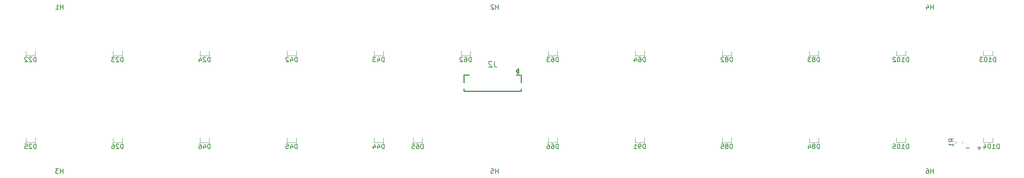
<source format=gbr>
%TF.GenerationSoftware,KiCad,Pcbnew,8.0.2*%
%TF.CreationDate,2025-12-13T11:39:42-08:00*%
%TF.ProjectId,mx-unsaver-frow,6d782d75-6e73-4617-9665-722d66726f77,rev?*%
%TF.SameCoordinates,Original*%
%TF.FileFunction,Legend,Bot*%
%TF.FilePolarity,Positive*%
%FSLAX46Y46*%
G04 Gerber Fmt 4.6, Leading zero omitted, Abs format (unit mm)*
G04 Created by KiCad (PCBNEW 8.0.2) date 2025-12-13 11:39:42*
%MOMM*%
%LPD*%
G01*
G04 APERTURE LIST*
%ADD10C,0.150000*%
%ADD11C,0.158750*%
%ADD12C,0.120000*%
%ADD13C,0.254000*%
G04 APERTURE END LIST*
D10*
X105536870Y8020220D02*
X105536870Y9020220D01*
X105536870Y8544030D02*
X104965442Y8544030D01*
X104965442Y8020220D02*
X104965442Y9020220D01*
X104536870Y8924982D02*
X104489251Y8972601D01*
X104489251Y8972601D02*
X104394013Y9020220D01*
X104394013Y9020220D02*
X104155918Y9020220D01*
X104155918Y9020220D02*
X104060680Y8972601D01*
X104060680Y8972601D02*
X104013061Y8924982D01*
X104013061Y8924982D02*
X103965442Y8829744D01*
X103965442Y8829744D02*
X103965442Y8734506D01*
X103965442Y8734506D02*
X104013061Y8591649D01*
X104013061Y8591649D02*
X104584489Y8020220D01*
X104584489Y8020220D02*
X103965442Y8020220D01*
X214415475Y-3498569D02*
X214415475Y-2498569D01*
X214415475Y-2498569D02*
X214177380Y-2498569D01*
X214177380Y-2498569D02*
X214034523Y-2546188D01*
X214034523Y-2546188D02*
X213939285Y-2641426D01*
X213939285Y-2641426D02*
X213891666Y-2736664D01*
X213891666Y-2736664D02*
X213844047Y-2927140D01*
X213844047Y-2927140D02*
X213844047Y-3069997D01*
X213844047Y-3069997D02*
X213891666Y-3260473D01*
X213891666Y-3260473D02*
X213939285Y-3355711D01*
X213939285Y-3355711D02*
X214034523Y-3450950D01*
X214034523Y-3450950D02*
X214177380Y-3498569D01*
X214177380Y-3498569D02*
X214415475Y-3498569D01*
X212891666Y-3498569D02*
X213463094Y-3498569D01*
X213177380Y-3498569D02*
X213177380Y-2498569D01*
X213177380Y-2498569D02*
X213272618Y-2641426D01*
X213272618Y-2641426D02*
X213367856Y-2736664D01*
X213367856Y-2736664D02*
X213463094Y-2784283D01*
X212272618Y-2498569D02*
X212177380Y-2498569D01*
X212177380Y-2498569D02*
X212082142Y-2546188D01*
X212082142Y-2546188D02*
X212034523Y-2593807D01*
X212034523Y-2593807D02*
X211986904Y-2689045D01*
X211986904Y-2689045D02*
X211939285Y-2879521D01*
X211939285Y-2879521D02*
X211939285Y-3117616D01*
X211939285Y-3117616D02*
X211986904Y-3308092D01*
X211986904Y-3308092D02*
X212034523Y-3403330D01*
X212034523Y-3403330D02*
X212082142Y-3450950D01*
X212082142Y-3450950D02*
X212177380Y-3498569D01*
X212177380Y-3498569D02*
X212272618Y-3498569D01*
X212272618Y-3498569D02*
X212367856Y-3450950D01*
X212367856Y-3450950D02*
X212415475Y-3403330D01*
X212415475Y-3403330D02*
X212463094Y-3308092D01*
X212463094Y-3308092D02*
X212510713Y-3117616D01*
X212510713Y-3117616D02*
X212510713Y-2879521D01*
X212510713Y-2879521D02*
X212463094Y-2689045D01*
X212463094Y-2689045D02*
X212415475Y-2593807D01*
X212415475Y-2593807D02*
X212367856Y-2546188D01*
X212367856Y-2546188D02*
X212272618Y-2498569D01*
X211605951Y-2498569D02*
X210986904Y-2498569D01*
X210986904Y-2498569D02*
X211320237Y-2879521D01*
X211320237Y-2879521D02*
X211177380Y-2879521D01*
X211177380Y-2879521D02*
X211082142Y-2927140D01*
X211082142Y-2927140D02*
X211034523Y-2974759D01*
X211034523Y-2974759D02*
X210986904Y-3069997D01*
X210986904Y-3069997D02*
X210986904Y-3308092D01*
X210986904Y-3308092D02*
X211034523Y-3403330D01*
X211034523Y-3403330D02*
X211082142Y-3450950D01*
X211082142Y-3450950D02*
X211177380Y-3498569D01*
X211177380Y-3498569D02*
X211463094Y-3498569D01*
X211463094Y-3498569D02*
X211558332Y-3450950D01*
X211558332Y-3450950D02*
X211605951Y-3403330D01*
X215190475Y-22554819D02*
X215190475Y-21554819D01*
X215190475Y-21554819D02*
X214952380Y-21554819D01*
X214952380Y-21554819D02*
X214809523Y-21602438D01*
X214809523Y-21602438D02*
X214714285Y-21697676D01*
X214714285Y-21697676D02*
X214666666Y-21792914D01*
X214666666Y-21792914D02*
X214619047Y-21983390D01*
X214619047Y-21983390D02*
X214619047Y-22126247D01*
X214619047Y-22126247D02*
X214666666Y-22316723D01*
X214666666Y-22316723D02*
X214714285Y-22411961D01*
X214714285Y-22411961D02*
X214809523Y-22507200D01*
X214809523Y-22507200D02*
X214952380Y-22554819D01*
X214952380Y-22554819D02*
X215190475Y-22554819D01*
X213666666Y-22554819D02*
X214238094Y-22554819D01*
X213952380Y-22554819D02*
X213952380Y-21554819D01*
X213952380Y-21554819D02*
X214047618Y-21697676D01*
X214047618Y-21697676D02*
X214142856Y-21792914D01*
X214142856Y-21792914D02*
X214238094Y-21840533D01*
X213047618Y-21554819D02*
X212952380Y-21554819D01*
X212952380Y-21554819D02*
X212857142Y-21602438D01*
X212857142Y-21602438D02*
X212809523Y-21650057D01*
X212809523Y-21650057D02*
X212761904Y-21745295D01*
X212761904Y-21745295D02*
X212714285Y-21935771D01*
X212714285Y-21935771D02*
X212714285Y-22173866D01*
X212714285Y-22173866D02*
X212761904Y-22364342D01*
X212761904Y-22364342D02*
X212809523Y-22459580D01*
X212809523Y-22459580D02*
X212857142Y-22507200D01*
X212857142Y-22507200D02*
X212952380Y-22554819D01*
X212952380Y-22554819D02*
X213047618Y-22554819D01*
X213047618Y-22554819D02*
X213142856Y-22507200D01*
X213142856Y-22507200D02*
X213190475Y-22459580D01*
X213190475Y-22459580D02*
X213238094Y-22364342D01*
X213238094Y-22364342D02*
X213285713Y-22173866D01*
X213285713Y-22173866D02*
X213285713Y-21935771D01*
X213285713Y-21935771D02*
X213238094Y-21745295D01*
X213238094Y-21745295D02*
X213190475Y-21650057D01*
X213190475Y-21650057D02*
X213142856Y-21602438D01*
X213142856Y-21602438D02*
X213047618Y-21554819D01*
X211857142Y-21888152D02*
X211857142Y-22554819D01*
X212095237Y-21507200D02*
X212333332Y-22221485D01*
X212333332Y-22221485D02*
X211714285Y-22221485D01*
X42489285Y-22548569D02*
X42489285Y-21548569D01*
X42489285Y-21548569D02*
X42251190Y-21548569D01*
X42251190Y-21548569D02*
X42108333Y-21596188D01*
X42108333Y-21596188D02*
X42013095Y-21691426D01*
X42013095Y-21691426D02*
X41965476Y-21786664D01*
X41965476Y-21786664D02*
X41917857Y-21977140D01*
X41917857Y-21977140D02*
X41917857Y-22119997D01*
X41917857Y-22119997D02*
X41965476Y-22310473D01*
X41965476Y-22310473D02*
X42013095Y-22405711D01*
X42013095Y-22405711D02*
X42108333Y-22500950D01*
X42108333Y-22500950D02*
X42251190Y-22548569D01*
X42251190Y-22548569D02*
X42489285Y-22548569D01*
X41060714Y-21881902D02*
X41060714Y-22548569D01*
X41298809Y-21500950D02*
X41536904Y-22215235D01*
X41536904Y-22215235D02*
X40917857Y-22215235D01*
X40108333Y-21548569D02*
X40298809Y-21548569D01*
X40298809Y-21548569D02*
X40394047Y-21596188D01*
X40394047Y-21596188D02*
X40441666Y-21643807D01*
X40441666Y-21643807D02*
X40536904Y-21786664D01*
X40536904Y-21786664D02*
X40584523Y-21977140D01*
X40584523Y-21977140D02*
X40584523Y-22358092D01*
X40584523Y-22358092D02*
X40536904Y-22453330D01*
X40536904Y-22453330D02*
X40489285Y-22500950D01*
X40489285Y-22500950D02*
X40394047Y-22548569D01*
X40394047Y-22548569D02*
X40203571Y-22548569D01*
X40203571Y-22548569D02*
X40108333Y-22500950D01*
X40108333Y-22500950D02*
X40060714Y-22453330D01*
X40060714Y-22453330D02*
X40013095Y-22358092D01*
X40013095Y-22358092D02*
X40013095Y-22119997D01*
X40013095Y-22119997D02*
X40060714Y-22024759D01*
X40060714Y-22024759D02*
X40108333Y-21977140D01*
X40108333Y-21977140D02*
X40203571Y-21929521D01*
X40203571Y-21929521D02*
X40394047Y-21929521D01*
X40394047Y-21929521D02*
X40489285Y-21977140D01*
X40489285Y-21977140D02*
X40536904Y-22024759D01*
X40536904Y-22024759D02*
X40584523Y-22119997D01*
X10286904Y-27979819D02*
X10286904Y-26979819D01*
X10286904Y-27456009D02*
X9715476Y-27456009D01*
X9715476Y-27979819D02*
X9715476Y-26979819D01*
X9334523Y-26979819D02*
X8715476Y-26979819D01*
X8715476Y-26979819D02*
X9048809Y-27360771D01*
X9048809Y-27360771D02*
X8905952Y-27360771D01*
X8905952Y-27360771D02*
X8810714Y-27408390D01*
X8810714Y-27408390D02*
X8763095Y-27456009D01*
X8763095Y-27456009D02*
X8715476Y-27551247D01*
X8715476Y-27551247D02*
X8715476Y-27789342D01*
X8715476Y-27789342D02*
X8763095Y-27884580D01*
X8763095Y-27884580D02*
X8810714Y-27932200D01*
X8810714Y-27932200D02*
X8905952Y-27979819D01*
X8905952Y-27979819D02*
X9191666Y-27979819D01*
X9191666Y-27979819D02*
X9286904Y-27932200D01*
X9286904Y-27932200D02*
X9334523Y-27884580D01*
X80589285Y-22548569D02*
X80589285Y-21548569D01*
X80589285Y-21548569D02*
X80351190Y-21548569D01*
X80351190Y-21548569D02*
X80208333Y-21596188D01*
X80208333Y-21596188D02*
X80113095Y-21691426D01*
X80113095Y-21691426D02*
X80065476Y-21786664D01*
X80065476Y-21786664D02*
X80017857Y-21977140D01*
X80017857Y-21977140D02*
X80017857Y-22119997D01*
X80017857Y-22119997D02*
X80065476Y-22310473D01*
X80065476Y-22310473D02*
X80113095Y-22405711D01*
X80113095Y-22405711D02*
X80208333Y-22500950D01*
X80208333Y-22500950D02*
X80351190Y-22548569D01*
X80351190Y-22548569D02*
X80589285Y-22548569D01*
X79160714Y-21881902D02*
X79160714Y-22548569D01*
X79398809Y-21500950D02*
X79636904Y-22215235D01*
X79636904Y-22215235D02*
X79017857Y-22215235D01*
X78208333Y-21881902D02*
X78208333Y-22548569D01*
X78446428Y-21500950D02*
X78684523Y-22215235D01*
X78684523Y-22215235D02*
X78065476Y-22215235D01*
X42489285Y-3498569D02*
X42489285Y-2498569D01*
X42489285Y-2498569D02*
X42251190Y-2498569D01*
X42251190Y-2498569D02*
X42108333Y-2546188D01*
X42108333Y-2546188D02*
X42013095Y-2641426D01*
X42013095Y-2641426D02*
X41965476Y-2736664D01*
X41965476Y-2736664D02*
X41917857Y-2927140D01*
X41917857Y-2927140D02*
X41917857Y-3069997D01*
X41917857Y-3069997D02*
X41965476Y-3260473D01*
X41965476Y-3260473D02*
X42013095Y-3355711D01*
X42013095Y-3355711D02*
X42108333Y-3450950D01*
X42108333Y-3450950D02*
X42251190Y-3498569D01*
X42251190Y-3498569D02*
X42489285Y-3498569D01*
X41536904Y-2593807D02*
X41489285Y-2546188D01*
X41489285Y-2546188D02*
X41394047Y-2498569D01*
X41394047Y-2498569D02*
X41155952Y-2498569D01*
X41155952Y-2498569D02*
X41060714Y-2546188D01*
X41060714Y-2546188D02*
X41013095Y-2593807D01*
X41013095Y-2593807D02*
X40965476Y-2689045D01*
X40965476Y-2689045D02*
X40965476Y-2784283D01*
X40965476Y-2784283D02*
X41013095Y-2927140D01*
X41013095Y-2927140D02*
X41584523Y-3498569D01*
X41584523Y-3498569D02*
X40965476Y-3498569D01*
X40108333Y-2831902D02*
X40108333Y-3498569D01*
X40346428Y-2450950D02*
X40584523Y-3165235D01*
X40584523Y-3165235D02*
X39965476Y-3165235D01*
X205154819Y-21033333D02*
X204678628Y-20700000D01*
X205154819Y-20461905D02*
X204154819Y-20461905D01*
X204154819Y-20461905D02*
X204154819Y-20842857D01*
X204154819Y-20842857D02*
X204202438Y-20938095D01*
X204202438Y-20938095D02*
X204250057Y-20985714D01*
X204250057Y-20985714D02*
X204345295Y-21033333D01*
X204345295Y-21033333D02*
X204488152Y-21033333D01*
X204488152Y-21033333D02*
X204583390Y-20985714D01*
X204583390Y-20985714D02*
X204631009Y-20938095D01*
X204631009Y-20938095D02*
X204678628Y-20842857D01*
X204678628Y-20842857D02*
X204678628Y-20461905D01*
X205154819Y-21985714D02*
X205154819Y-21414286D01*
X205154819Y-21700000D02*
X204154819Y-21700000D01*
X204154819Y-21700000D02*
X204297676Y-21604762D01*
X204297676Y-21604762D02*
X204392914Y-21509524D01*
X204392914Y-21509524D02*
X204440533Y-21414286D01*
X80589285Y-3498569D02*
X80589285Y-2498569D01*
X80589285Y-2498569D02*
X80351190Y-2498569D01*
X80351190Y-2498569D02*
X80208333Y-2546188D01*
X80208333Y-2546188D02*
X80113095Y-2641426D01*
X80113095Y-2641426D02*
X80065476Y-2736664D01*
X80065476Y-2736664D02*
X80017857Y-2927140D01*
X80017857Y-2927140D02*
X80017857Y-3069997D01*
X80017857Y-3069997D02*
X80065476Y-3260473D01*
X80065476Y-3260473D02*
X80113095Y-3355711D01*
X80113095Y-3355711D02*
X80208333Y-3450950D01*
X80208333Y-3450950D02*
X80351190Y-3498569D01*
X80351190Y-3498569D02*
X80589285Y-3498569D01*
X79160714Y-2831902D02*
X79160714Y-3498569D01*
X79398809Y-2450950D02*
X79636904Y-3165235D01*
X79636904Y-3165235D02*
X79017857Y-3165235D01*
X78732142Y-2498569D02*
X78113095Y-2498569D01*
X78113095Y-2498569D02*
X78446428Y-2879521D01*
X78446428Y-2879521D02*
X78303571Y-2879521D01*
X78303571Y-2879521D02*
X78208333Y-2927140D01*
X78208333Y-2927140D02*
X78160714Y-2974759D01*
X78160714Y-2974759D02*
X78113095Y-3069997D01*
X78113095Y-3069997D02*
X78113095Y-3308092D01*
X78113095Y-3308092D02*
X78160714Y-3403330D01*
X78160714Y-3403330D02*
X78208333Y-3450950D01*
X78208333Y-3450950D02*
X78303571Y-3498569D01*
X78303571Y-3498569D02*
X78589285Y-3498569D01*
X78589285Y-3498569D02*
X78684523Y-3450950D01*
X78684523Y-3450950D02*
X78732142Y-3403330D01*
X156789285Y-22548569D02*
X156789285Y-21548569D01*
X156789285Y-21548569D02*
X156551190Y-21548569D01*
X156551190Y-21548569D02*
X156408333Y-21596188D01*
X156408333Y-21596188D02*
X156313095Y-21691426D01*
X156313095Y-21691426D02*
X156265476Y-21786664D01*
X156265476Y-21786664D02*
X156217857Y-21977140D01*
X156217857Y-21977140D02*
X156217857Y-22119997D01*
X156217857Y-22119997D02*
X156265476Y-22310473D01*
X156265476Y-22310473D02*
X156313095Y-22405711D01*
X156313095Y-22405711D02*
X156408333Y-22500950D01*
X156408333Y-22500950D02*
X156551190Y-22548569D01*
X156551190Y-22548569D02*
X156789285Y-22548569D01*
X155646428Y-21977140D02*
X155741666Y-21929521D01*
X155741666Y-21929521D02*
X155789285Y-21881902D01*
X155789285Y-21881902D02*
X155836904Y-21786664D01*
X155836904Y-21786664D02*
X155836904Y-21739045D01*
X155836904Y-21739045D02*
X155789285Y-21643807D01*
X155789285Y-21643807D02*
X155741666Y-21596188D01*
X155741666Y-21596188D02*
X155646428Y-21548569D01*
X155646428Y-21548569D02*
X155455952Y-21548569D01*
X155455952Y-21548569D02*
X155360714Y-21596188D01*
X155360714Y-21596188D02*
X155313095Y-21643807D01*
X155313095Y-21643807D02*
X155265476Y-21739045D01*
X155265476Y-21739045D02*
X155265476Y-21786664D01*
X155265476Y-21786664D02*
X155313095Y-21881902D01*
X155313095Y-21881902D02*
X155360714Y-21929521D01*
X155360714Y-21929521D02*
X155455952Y-21977140D01*
X155455952Y-21977140D02*
X155646428Y-21977140D01*
X155646428Y-21977140D02*
X155741666Y-22024759D01*
X155741666Y-22024759D02*
X155789285Y-22072378D01*
X155789285Y-22072378D02*
X155836904Y-22167616D01*
X155836904Y-22167616D02*
X155836904Y-22358092D01*
X155836904Y-22358092D02*
X155789285Y-22453330D01*
X155789285Y-22453330D02*
X155741666Y-22500950D01*
X155741666Y-22500950D02*
X155646428Y-22548569D01*
X155646428Y-22548569D02*
X155455952Y-22548569D01*
X155455952Y-22548569D02*
X155360714Y-22500950D01*
X155360714Y-22500950D02*
X155313095Y-22453330D01*
X155313095Y-22453330D02*
X155265476Y-22358092D01*
X155265476Y-22358092D02*
X155265476Y-22167616D01*
X155265476Y-22167616D02*
X155313095Y-22072378D01*
X155313095Y-22072378D02*
X155360714Y-22024759D01*
X155360714Y-22024759D02*
X155455952Y-21977140D01*
X154360714Y-21548569D02*
X154836904Y-21548569D01*
X154836904Y-21548569D02*
X154884523Y-22024759D01*
X154884523Y-22024759D02*
X154836904Y-21977140D01*
X154836904Y-21977140D02*
X154741666Y-21929521D01*
X154741666Y-21929521D02*
X154503571Y-21929521D01*
X154503571Y-21929521D02*
X154408333Y-21977140D01*
X154408333Y-21977140D02*
X154360714Y-22024759D01*
X154360714Y-22024759D02*
X154313095Y-22119997D01*
X154313095Y-22119997D02*
X154313095Y-22358092D01*
X154313095Y-22358092D02*
X154360714Y-22453330D01*
X154360714Y-22453330D02*
X154408333Y-22500950D01*
X154408333Y-22500950D02*
X154503571Y-22548569D01*
X154503571Y-22548569D02*
X154741666Y-22548569D01*
X154741666Y-22548569D02*
X154836904Y-22500950D01*
X154836904Y-22500950D02*
X154884523Y-22453330D01*
X200786904Y-27979819D02*
X200786904Y-26979819D01*
X200786904Y-27456009D02*
X200215476Y-27456009D01*
X200215476Y-27979819D02*
X200215476Y-26979819D01*
X199310714Y-26979819D02*
X199501190Y-26979819D01*
X199501190Y-26979819D02*
X199596428Y-27027438D01*
X199596428Y-27027438D02*
X199644047Y-27075057D01*
X199644047Y-27075057D02*
X199739285Y-27217914D01*
X199739285Y-27217914D02*
X199786904Y-27408390D01*
X199786904Y-27408390D02*
X199786904Y-27789342D01*
X199786904Y-27789342D02*
X199739285Y-27884580D01*
X199739285Y-27884580D02*
X199691666Y-27932200D01*
X199691666Y-27932200D02*
X199596428Y-27979819D01*
X199596428Y-27979819D02*
X199405952Y-27979819D01*
X199405952Y-27979819D02*
X199310714Y-27932200D01*
X199310714Y-27932200D02*
X199263095Y-27884580D01*
X199263095Y-27884580D02*
X199215476Y-27789342D01*
X199215476Y-27789342D02*
X199215476Y-27551247D01*
X199215476Y-27551247D02*
X199263095Y-27456009D01*
X199263095Y-27456009D02*
X199310714Y-27408390D01*
X199310714Y-27408390D02*
X199405952Y-27360771D01*
X199405952Y-27360771D02*
X199596428Y-27360771D01*
X199596428Y-27360771D02*
X199691666Y-27408390D01*
X199691666Y-27408390D02*
X199739285Y-27456009D01*
X199739285Y-27456009D02*
X199786904Y-27551247D01*
X10286904Y8020180D02*
X10286904Y9020180D01*
X10286904Y8543990D02*
X9715476Y8543990D01*
X9715476Y8020180D02*
X9715476Y9020180D01*
X8715476Y8020180D02*
X9286904Y8020180D01*
X9001190Y8020180D02*
X9001190Y9020180D01*
X9001190Y9020180D02*
X9096428Y8877323D01*
X9096428Y8877323D02*
X9191666Y8782085D01*
X9191666Y8782085D02*
X9286904Y8734466D01*
X23439285Y-22548569D02*
X23439285Y-21548569D01*
X23439285Y-21548569D02*
X23201190Y-21548569D01*
X23201190Y-21548569D02*
X23058333Y-21596188D01*
X23058333Y-21596188D02*
X22963095Y-21691426D01*
X22963095Y-21691426D02*
X22915476Y-21786664D01*
X22915476Y-21786664D02*
X22867857Y-21977140D01*
X22867857Y-21977140D02*
X22867857Y-22119997D01*
X22867857Y-22119997D02*
X22915476Y-22310473D01*
X22915476Y-22310473D02*
X22963095Y-22405711D01*
X22963095Y-22405711D02*
X23058333Y-22500950D01*
X23058333Y-22500950D02*
X23201190Y-22548569D01*
X23201190Y-22548569D02*
X23439285Y-22548569D01*
X22486904Y-21643807D02*
X22439285Y-21596188D01*
X22439285Y-21596188D02*
X22344047Y-21548569D01*
X22344047Y-21548569D02*
X22105952Y-21548569D01*
X22105952Y-21548569D02*
X22010714Y-21596188D01*
X22010714Y-21596188D02*
X21963095Y-21643807D01*
X21963095Y-21643807D02*
X21915476Y-21739045D01*
X21915476Y-21739045D02*
X21915476Y-21834283D01*
X21915476Y-21834283D02*
X21963095Y-21977140D01*
X21963095Y-21977140D02*
X22534523Y-22548569D01*
X22534523Y-22548569D02*
X21915476Y-22548569D01*
X21058333Y-21548569D02*
X21248809Y-21548569D01*
X21248809Y-21548569D02*
X21344047Y-21596188D01*
X21344047Y-21596188D02*
X21391666Y-21643807D01*
X21391666Y-21643807D02*
X21486904Y-21786664D01*
X21486904Y-21786664D02*
X21534523Y-21977140D01*
X21534523Y-21977140D02*
X21534523Y-22358092D01*
X21534523Y-22358092D02*
X21486904Y-22453330D01*
X21486904Y-22453330D02*
X21439285Y-22500950D01*
X21439285Y-22500950D02*
X21344047Y-22548569D01*
X21344047Y-22548569D02*
X21153571Y-22548569D01*
X21153571Y-22548569D02*
X21058333Y-22500950D01*
X21058333Y-22500950D02*
X21010714Y-22453330D01*
X21010714Y-22453330D02*
X20963095Y-22358092D01*
X20963095Y-22358092D02*
X20963095Y-22119997D01*
X20963095Y-22119997D02*
X21010714Y-22024759D01*
X21010714Y-22024759D02*
X21058333Y-21977140D01*
X21058333Y-21977140D02*
X21153571Y-21929521D01*
X21153571Y-21929521D02*
X21344047Y-21929521D01*
X21344047Y-21929521D02*
X21439285Y-21977140D01*
X21439285Y-21977140D02*
X21486904Y-22024759D01*
X21486904Y-22024759D02*
X21534523Y-22119997D01*
X156789285Y-3498569D02*
X156789285Y-2498569D01*
X156789285Y-2498569D02*
X156551190Y-2498569D01*
X156551190Y-2498569D02*
X156408333Y-2546188D01*
X156408333Y-2546188D02*
X156313095Y-2641426D01*
X156313095Y-2641426D02*
X156265476Y-2736664D01*
X156265476Y-2736664D02*
X156217857Y-2927140D01*
X156217857Y-2927140D02*
X156217857Y-3069997D01*
X156217857Y-3069997D02*
X156265476Y-3260473D01*
X156265476Y-3260473D02*
X156313095Y-3355711D01*
X156313095Y-3355711D02*
X156408333Y-3450950D01*
X156408333Y-3450950D02*
X156551190Y-3498569D01*
X156551190Y-3498569D02*
X156789285Y-3498569D01*
X155646428Y-2927140D02*
X155741666Y-2879521D01*
X155741666Y-2879521D02*
X155789285Y-2831902D01*
X155789285Y-2831902D02*
X155836904Y-2736664D01*
X155836904Y-2736664D02*
X155836904Y-2689045D01*
X155836904Y-2689045D02*
X155789285Y-2593807D01*
X155789285Y-2593807D02*
X155741666Y-2546188D01*
X155741666Y-2546188D02*
X155646428Y-2498569D01*
X155646428Y-2498569D02*
X155455952Y-2498569D01*
X155455952Y-2498569D02*
X155360714Y-2546188D01*
X155360714Y-2546188D02*
X155313095Y-2593807D01*
X155313095Y-2593807D02*
X155265476Y-2689045D01*
X155265476Y-2689045D02*
X155265476Y-2736664D01*
X155265476Y-2736664D02*
X155313095Y-2831902D01*
X155313095Y-2831902D02*
X155360714Y-2879521D01*
X155360714Y-2879521D02*
X155455952Y-2927140D01*
X155455952Y-2927140D02*
X155646428Y-2927140D01*
X155646428Y-2927140D02*
X155741666Y-2974759D01*
X155741666Y-2974759D02*
X155789285Y-3022378D01*
X155789285Y-3022378D02*
X155836904Y-3117616D01*
X155836904Y-3117616D02*
X155836904Y-3308092D01*
X155836904Y-3308092D02*
X155789285Y-3403330D01*
X155789285Y-3403330D02*
X155741666Y-3450950D01*
X155741666Y-3450950D02*
X155646428Y-3498569D01*
X155646428Y-3498569D02*
X155455952Y-3498569D01*
X155455952Y-3498569D02*
X155360714Y-3450950D01*
X155360714Y-3450950D02*
X155313095Y-3403330D01*
X155313095Y-3403330D02*
X155265476Y-3308092D01*
X155265476Y-3308092D02*
X155265476Y-3117616D01*
X155265476Y-3117616D02*
X155313095Y-3022378D01*
X155313095Y-3022378D02*
X155360714Y-2974759D01*
X155360714Y-2974759D02*
X155455952Y-2927140D01*
X154884523Y-2593807D02*
X154836904Y-2546188D01*
X154836904Y-2546188D02*
X154741666Y-2498569D01*
X154741666Y-2498569D02*
X154503571Y-2498569D01*
X154503571Y-2498569D02*
X154408333Y-2546188D01*
X154408333Y-2546188D02*
X154360714Y-2593807D01*
X154360714Y-2593807D02*
X154313095Y-2689045D01*
X154313095Y-2689045D02*
X154313095Y-2784283D01*
X154313095Y-2784283D02*
X154360714Y-2927140D01*
X154360714Y-2927140D02*
X154932142Y-3498569D01*
X154932142Y-3498569D02*
X154313095Y-3498569D01*
X118689285Y-22548569D02*
X118689285Y-21548569D01*
X118689285Y-21548569D02*
X118451190Y-21548569D01*
X118451190Y-21548569D02*
X118308333Y-21596188D01*
X118308333Y-21596188D02*
X118213095Y-21691426D01*
X118213095Y-21691426D02*
X118165476Y-21786664D01*
X118165476Y-21786664D02*
X118117857Y-21977140D01*
X118117857Y-21977140D02*
X118117857Y-22119997D01*
X118117857Y-22119997D02*
X118165476Y-22310473D01*
X118165476Y-22310473D02*
X118213095Y-22405711D01*
X118213095Y-22405711D02*
X118308333Y-22500950D01*
X118308333Y-22500950D02*
X118451190Y-22548569D01*
X118451190Y-22548569D02*
X118689285Y-22548569D01*
X117260714Y-21548569D02*
X117451190Y-21548569D01*
X117451190Y-21548569D02*
X117546428Y-21596188D01*
X117546428Y-21596188D02*
X117594047Y-21643807D01*
X117594047Y-21643807D02*
X117689285Y-21786664D01*
X117689285Y-21786664D02*
X117736904Y-21977140D01*
X117736904Y-21977140D02*
X117736904Y-22358092D01*
X117736904Y-22358092D02*
X117689285Y-22453330D01*
X117689285Y-22453330D02*
X117641666Y-22500950D01*
X117641666Y-22500950D02*
X117546428Y-22548569D01*
X117546428Y-22548569D02*
X117355952Y-22548569D01*
X117355952Y-22548569D02*
X117260714Y-22500950D01*
X117260714Y-22500950D02*
X117213095Y-22453330D01*
X117213095Y-22453330D02*
X117165476Y-22358092D01*
X117165476Y-22358092D02*
X117165476Y-22119997D01*
X117165476Y-22119997D02*
X117213095Y-22024759D01*
X117213095Y-22024759D02*
X117260714Y-21977140D01*
X117260714Y-21977140D02*
X117355952Y-21929521D01*
X117355952Y-21929521D02*
X117546428Y-21929521D01*
X117546428Y-21929521D02*
X117641666Y-21977140D01*
X117641666Y-21977140D02*
X117689285Y-22024759D01*
X117689285Y-22024759D02*
X117736904Y-22119997D01*
X116308333Y-21548569D02*
X116498809Y-21548569D01*
X116498809Y-21548569D02*
X116594047Y-21596188D01*
X116594047Y-21596188D02*
X116641666Y-21643807D01*
X116641666Y-21643807D02*
X116736904Y-21786664D01*
X116736904Y-21786664D02*
X116784523Y-21977140D01*
X116784523Y-21977140D02*
X116784523Y-22358092D01*
X116784523Y-22358092D02*
X116736904Y-22453330D01*
X116736904Y-22453330D02*
X116689285Y-22500950D01*
X116689285Y-22500950D02*
X116594047Y-22548569D01*
X116594047Y-22548569D02*
X116403571Y-22548569D01*
X116403571Y-22548569D02*
X116308333Y-22500950D01*
X116308333Y-22500950D02*
X116260714Y-22453330D01*
X116260714Y-22453330D02*
X116213095Y-22358092D01*
X116213095Y-22358092D02*
X116213095Y-22119997D01*
X116213095Y-22119997D02*
X116260714Y-22024759D01*
X116260714Y-22024759D02*
X116308333Y-21977140D01*
X116308333Y-21977140D02*
X116403571Y-21929521D01*
X116403571Y-21929521D02*
X116594047Y-21929521D01*
X116594047Y-21929521D02*
X116689285Y-21977140D01*
X116689285Y-21977140D02*
X116736904Y-22024759D01*
X116736904Y-22024759D02*
X116784523Y-22119997D01*
X175839285Y-3498569D02*
X175839285Y-2498569D01*
X175839285Y-2498569D02*
X175601190Y-2498569D01*
X175601190Y-2498569D02*
X175458333Y-2546188D01*
X175458333Y-2546188D02*
X175363095Y-2641426D01*
X175363095Y-2641426D02*
X175315476Y-2736664D01*
X175315476Y-2736664D02*
X175267857Y-2927140D01*
X175267857Y-2927140D02*
X175267857Y-3069997D01*
X175267857Y-3069997D02*
X175315476Y-3260473D01*
X175315476Y-3260473D02*
X175363095Y-3355711D01*
X175363095Y-3355711D02*
X175458333Y-3450950D01*
X175458333Y-3450950D02*
X175601190Y-3498569D01*
X175601190Y-3498569D02*
X175839285Y-3498569D01*
X174696428Y-2927140D02*
X174791666Y-2879521D01*
X174791666Y-2879521D02*
X174839285Y-2831902D01*
X174839285Y-2831902D02*
X174886904Y-2736664D01*
X174886904Y-2736664D02*
X174886904Y-2689045D01*
X174886904Y-2689045D02*
X174839285Y-2593807D01*
X174839285Y-2593807D02*
X174791666Y-2546188D01*
X174791666Y-2546188D02*
X174696428Y-2498569D01*
X174696428Y-2498569D02*
X174505952Y-2498569D01*
X174505952Y-2498569D02*
X174410714Y-2546188D01*
X174410714Y-2546188D02*
X174363095Y-2593807D01*
X174363095Y-2593807D02*
X174315476Y-2689045D01*
X174315476Y-2689045D02*
X174315476Y-2736664D01*
X174315476Y-2736664D02*
X174363095Y-2831902D01*
X174363095Y-2831902D02*
X174410714Y-2879521D01*
X174410714Y-2879521D02*
X174505952Y-2927140D01*
X174505952Y-2927140D02*
X174696428Y-2927140D01*
X174696428Y-2927140D02*
X174791666Y-2974759D01*
X174791666Y-2974759D02*
X174839285Y-3022378D01*
X174839285Y-3022378D02*
X174886904Y-3117616D01*
X174886904Y-3117616D02*
X174886904Y-3308092D01*
X174886904Y-3308092D02*
X174839285Y-3403330D01*
X174839285Y-3403330D02*
X174791666Y-3450950D01*
X174791666Y-3450950D02*
X174696428Y-3498569D01*
X174696428Y-3498569D02*
X174505952Y-3498569D01*
X174505952Y-3498569D02*
X174410714Y-3450950D01*
X174410714Y-3450950D02*
X174363095Y-3403330D01*
X174363095Y-3403330D02*
X174315476Y-3308092D01*
X174315476Y-3308092D02*
X174315476Y-3117616D01*
X174315476Y-3117616D02*
X174363095Y-3022378D01*
X174363095Y-3022378D02*
X174410714Y-2974759D01*
X174410714Y-2974759D02*
X174505952Y-2927140D01*
X173982142Y-2498569D02*
X173363095Y-2498569D01*
X173363095Y-2498569D02*
X173696428Y-2879521D01*
X173696428Y-2879521D02*
X173553571Y-2879521D01*
X173553571Y-2879521D02*
X173458333Y-2927140D01*
X173458333Y-2927140D02*
X173410714Y-2974759D01*
X173410714Y-2974759D02*
X173363095Y-3069997D01*
X173363095Y-3069997D02*
X173363095Y-3308092D01*
X173363095Y-3308092D02*
X173410714Y-3403330D01*
X173410714Y-3403330D02*
X173458333Y-3450950D01*
X173458333Y-3450950D02*
X173553571Y-3498569D01*
X173553571Y-3498569D02*
X173839285Y-3498569D01*
X173839285Y-3498569D02*
X173934523Y-3450950D01*
X173934523Y-3450950D02*
X173982142Y-3403330D01*
X23439285Y-3498569D02*
X23439285Y-2498569D01*
X23439285Y-2498569D02*
X23201190Y-2498569D01*
X23201190Y-2498569D02*
X23058333Y-2546188D01*
X23058333Y-2546188D02*
X22963095Y-2641426D01*
X22963095Y-2641426D02*
X22915476Y-2736664D01*
X22915476Y-2736664D02*
X22867857Y-2927140D01*
X22867857Y-2927140D02*
X22867857Y-3069997D01*
X22867857Y-3069997D02*
X22915476Y-3260473D01*
X22915476Y-3260473D02*
X22963095Y-3355711D01*
X22963095Y-3355711D02*
X23058333Y-3450950D01*
X23058333Y-3450950D02*
X23201190Y-3498569D01*
X23201190Y-3498569D02*
X23439285Y-3498569D01*
X22486904Y-2593807D02*
X22439285Y-2546188D01*
X22439285Y-2546188D02*
X22344047Y-2498569D01*
X22344047Y-2498569D02*
X22105952Y-2498569D01*
X22105952Y-2498569D02*
X22010714Y-2546188D01*
X22010714Y-2546188D02*
X21963095Y-2593807D01*
X21963095Y-2593807D02*
X21915476Y-2689045D01*
X21915476Y-2689045D02*
X21915476Y-2784283D01*
X21915476Y-2784283D02*
X21963095Y-2927140D01*
X21963095Y-2927140D02*
X22534523Y-3498569D01*
X22534523Y-3498569D02*
X21915476Y-3498569D01*
X21582142Y-2498569D02*
X20963095Y-2498569D01*
X20963095Y-2498569D02*
X21296428Y-2879521D01*
X21296428Y-2879521D02*
X21153571Y-2879521D01*
X21153571Y-2879521D02*
X21058333Y-2927140D01*
X21058333Y-2927140D02*
X21010714Y-2974759D01*
X21010714Y-2974759D02*
X20963095Y-3069997D01*
X20963095Y-3069997D02*
X20963095Y-3308092D01*
X20963095Y-3308092D02*
X21010714Y-3403330D01*
X21010714Y-3403330D02*
X21058333Y-3450950D01*
X21058333Y-3450950D02*
X21153571Y-3498569D01*
X21153571Y-3498569D02*
X21439285Y-3498569D01*
X21439285Y-3498569D02*
X21534523Y-3450950D01*
X21534523Y-3450950D02*
X21582142Y-3403330D01*
X207899048Y-22403866D02*
X208660953Y-22403866D01*
X210439048Y-22403866D02*
X211200953Y-22403866D01*
X210820000Y-22784819D02*
X210820000Y-22022914D01*
X61539285Y-22548569D02*
X61539285Y-21548569D01*
X61539285Y-21548569D02*
X61301190Y-21548569D01*
X61301190Y-21548569D02*
X61158333Y-21596188D01*
X61158333Y-21596188D02*
X61063095Y-21691426D01*
X61063095Y-21691426D02*
X61015476Y-21786664D01*
X61015476Y-21786664D02*
X60967857Y-21977140D01*
X60967857Y-21977140D02*
X60967857Y-22119997D01*
X60967857Y-22119997D02*
X61015476Y-22310473D01*
X61015476Y-22310473D02*
X61063095Y-22405711D01*
X61063095Y-22405711D02*
X61158333Y-22500950D01*
X61158333Y-22500950D02*
X61301190Y-22548569D01*
X61301190Y-22548569D02*
X61539285Y-22548569D01*
X60110714Y-21881902D02*
X60110714Y-22548569D01*
X60348809Y-21500950D02*
X60586904Y-22215235D01*
X60586904Y-22215235D02*
X59967857Y-22215235D01*
X59110714Y-21548569D02*
X59586904Y-21548569D01*
X59586904Y-21548569D02*
X59634523Y-22024759D01*
X59634523Y-22024759D02*
X59586904Y-21977140D01*
X59586904Y-21977140D02*
X59491666Y-21929521D01*
X59491666Y-21929521D02*
X59253571Y-21929521D01*
X59253571Y-21929521D02*
X59158333Y-21977140D01*
X59158333Y-21977140D02*
X59110714Y-22024759D01*
X59110714Y-22024759D02*
X59063095Y-22119997D01*
X59063095Y-22119997D02*
X59063095Y-22358092D01*
X59063095Y-22358092D02*
X59110714Y-22453330D01*
X59110714Y-22453330D02*
X59158333Y-22500950D01*
X59158333Y-22500950D02*
X59253571Y-22548569D01*
X59253571Y-22548569D02*
X59491666Y-22548569D01*
X59491666Y-22548569D02*
X59586904Y-22500950D01*
X59586904Y-22500950D02*
X59634523Y-22453330D01*
X4389285Y-22548569D02*
X4389285Y-21548569D01*
X4389285Y-21548569D02*
X4151190Y-21548569D01*
X4151190Y-21548569D02*
X4008333Y-21596188D01*
X4008333Y-21596188D02*
X3913095Y-21691426D01*
X3913095Y-21691426D02*
X3865476Y-21786664D01*
X3865476Y-21786664D02*
X3817857Y-21977140D01*
X3817857Y-21977140D02*
X3817857Y-22119997D01*
X3817857Y-22119997D02*
X3865476Y-22310473D01*
X3865476Y-22310473D02*
X3913095Y-22405711D01*
X3913095Y-22405711D02*
X4008333Y-22500950D01*
X4008333Y-22500950D02*
X4151190Y-22548569D01*
X4151190Y-22548569D02*
X4389285Y-22548569D01*
X3436904Y-21643807D02*
X3389285Y-21596188D01*
X3389285Y-21596188D02*
X3294047Y-21548569D01*
X3294047Y-21548569D02*
X3055952Y-21548569D01*
X3055952Y-21548569D02*
X2960714Y-21596188D01*
X2960714Y-21596188D02*
X2913095Y-21643807D01*
X2913095Y-21643807D02*
X2865476Y-21739045D01*
X2865476Y-21739045D02*
X2865476Y-21834283D01*
X2865476Y-21834283D02*
X2913095Y-21977140D01*
X2913095Y-21977140D02*
X3484523Y-22548569D01*
X3484523Y-22548569D02*
X2865476Y-22548569D01*
X1960714Y-21548569D02*
X2436904Y-21548569D01*
X2436904Y-21548569D02*
X2484523Y-22024759D01*
X2484523Y-22024759D02*
X2436904Y-21977140D01*
X2436904Y-21977140D02*
X2341666Y-21929521D01*
X2341666Y-21929521D02*
X2103571Y-21929521D01*
X2103571Y-21929521D02*
X2008333Y-21977140D01*
X2008333Y-21977140D02*
X1960714Y-22024759D01*
X1960714Y-22024759D02*
X1913095Y-22119997D01*
X1913095Y-22119997D02*
X1913095Y-22358092D01*
X1913095Y-22358092D02*
X1960714Y-22453330D01*
X1960714Y-22453330D02*
X2008333Y-22500950D01*
X2008333Y-22500950D02*
X2103571Y-22548569D01*
X2103571Y-22548569D02*
X2341666Y-22548569D01*
X2341666Y-22548569D02*
X2436904Y-22500950D01*
X2436904Y-22500950D02*
X2484523Y-22453330D01*
X195365475Y-22548569D02*
X195365475Y-21548569D01*
X195365475Y-21548569D02*
X195127380Y-21548569D01*
X195127380Y-21548569D02*
X194984523Y-21596188D01*
X194984523Y-21596188D02*
X194889285Y-21691426D01*
X194889285Y-21691426D02*
X194841666Y-21786664D01*
X194841666Y-21786664D02*
X194794047Y-21977140D01*
X194794047Y-21977140D02*
X194794047Y-22119997D01*
X194794047Y-22119997D02*
X194841666Y-22310473D01*
X194841666Y-22310473D02*
X194889285Y-22405711D01*
X194889285Y-22405711D02*
X194984523Y-22500950D01*
X194984523Y-22500950D02*
X195127380Y-22548569D01*
X195127380Y-22548569D02*
X195365475Y-22548569D01*
X193841666Y-22548569D02*
X194413094Y-22548569D01*
X194127380Y-22548569D02*
X194127380Y-21548569D01*
X194127380Y-21548569D02*
X194222618Y-21691426D01*
X194222618Y-21691426D02*
X194317856Y-21786664D01*
X194317856Y-21786664D02*
X194413094Y-21834283D01*
X193222618Y-21548569D02*
X193127380Y-21548569D01*
X193127380Y-21548569D02*
X193032142Y-21596188D01*
X193032142Y-21596188D02*
X192984523Y-21643807D01*
X192984523Y-21643807D02*
X192936904Y-21739045D01*
X192936904Y-21739045D02*
X192889285Y-21929521D01*
X192889285Y-21929521D02*
X192889285Y-22167616D01*
X192889285Y-22167616D02*
X192936904Y-22358092D01*
X192936904Y-22358092D02*
X192984523Y-22453330D01*
X192984523Y-22453330D02*
X193032142Y-22500950D01*
X193032142Y-22500950D02*
X193127380Y-22548569D01*
X193127380Y-22548569D02*
X193222618Y-22548569D01*
X193222618Y-22548569D02*
X193317856Y-22500950D01*
X193317856Y-22500950D02*
X193365475Y-22453330D01*
X193365475Y-22453330D02*
X193413094Y-22358092D01*
X193413094Y-22358092D02*
X193460713Y-22167616D01*
X193460713Y-22167616D02*
X193460713Y-21929521D01*
X193460713Y-21929521D02*
X193413094Y-21739045D01*
X193413094Y-21739045D02*
X193365475Y-21643807D01*
X193365475Y-21643807D02*
X193317856Y-21596188D01*
X193317856Y-21596188D02*
X193222618Y-21548569D01*
X191984523Y-21548569D02*
X192460713Y-21548569D01*
X192460713Y-21548569D02*
X192508332Y-22024759D01*
X192508332Y-22024759D02*
X192460713Y-21977140D01*
X192460713Y-21977140D02*
X192365475Y-21929521D01*
X192365475Y-21929521D02*
X192127380Y-21929521D01*
X192127380Y-21929521D02*
X192032142Y-21977140D01*
X192032142Y-21977140D02*
X191984523Y-22024759D01*
X191984523Y-22024759D02*
X191936904Y-22119997D01*
X191936904Y-22119997D02*
X191936904Y-22358092D01*
X191936904Y-22358092D02*
X191984523Y-22453330D01*
X191984523Y-22453330D02*
X192032142Y-22500950D01*
X192032142Y-22500950D02*
X192127380Y-22548569D01*
X192127380Y-22548569D02*
X192365475Y-22548569D01*
X192365475Y-22548569D02*
X192460713Y-22500950D01*
X192460713Y-22500950D02*
X192508332Y-22453330D01*
X61539285Y-3498569D02*
X61539285Y-2498569D01*
X61539285Y-2498569D02*
X61301190Y-2498569D01*
X61301190Y-2498569D02*
X61158333Y-2546188D01*
X61158333Y-2546188D02*
X61063095Y-2641426D01*
X61063095Y-2641426D02*
X61015476Y-2736664D01*
X61015476Y-2736664D02*
X60967857Y-2927140D01*
X60967857Y-2927140D02*
X60967857Y-3069997D01*
X60967857Y-3069997D02*
X61015476Y-3260473D01*
X61015476Y-3260473D02*
X61063095Y-3355711D01*
X61063095Y-3355711D02*
X61158333Y-3450950D01*
X61158333Y-3450950D02*
X61301190Y-3498569D01*
X61301190Y-3498569D02*
X61539285Y-3498569D01*
X60110714Y-2831902D02*
X60110714Y-3498569D01*
X60348809Y-2450950D02*
X60586904Y-3165235D01*
X60586904Y-3165235D02*
X59967857Y-3165235D01*
X59634523Y-2593807D02*
X59586904Y-2546188D01*
X59586904Y-2546188D02*
X59491666Y-2498569D01*
X59491666Y-2498569D02*
X59253571Y-2498569D01*
X59253571Y-2498569D02*
X59158333Y-2546188D01*
X59158333Y-2546188D02*
X59110714Y-2593807D01*
X59110714Y-2593807D02*
X59063095Y-2689045D01*
X59063095Y-2689045D02*
X59063095Y-2784283D01*
X59063095Y-2784283D02*
X59110714Y-2927140D01*
X59110714Y-2927140D02*
X59682142Y-3498569D01*
X59682142Y-3498569D02*
X59063095Y-3498569D01*
X4389285Y-3498569D02*
X4389285Y-2498569D01*
X4389285Y-2498569D02*
X4151190Y-2498569D01*
X4151190Y-2498569D02*
X4008333Y-2546188D01*
X4008333Y-2546188D02*
X3913095Y-2641426D01*
X3913095Y-2641426D02*
X3865476Y-2736664D01*
X3865476Y-2736664D02*
X3817857Y-2927140D01*
X3817857Y-2927140D02*
X3817857Y-3069997D01*
X3817857Y-3069997D02*
X3865476Y-3260473D01*
X3865476Y-3260473D02*
X3913095Y-3355711D01*
X3913095Y-3355711D02*
X4008333Y-3450950D01*
X4008333Y-3450950D02*
X4151190Y-3498569D01*
X4151190Y-3498569D02*
X4389285Y-3498569D01*
X3436904Y-2593807D02*
X3389285Y-2546188D01*
X3389285Y-2546188D02*
X3294047Y-2498569D01*
X3294047Y-2498569D02*
X3055952Y-2498569D01*
X3055952Y-2498569D02*
X2960714Y-2546188D01*
X2960714Y-2546188D02*
X2913095Y-2593807D01*
X2913095Y-2593807D02*
X2865476Y-2689045D01*
X2865476Y-2689045D02*
X2865476Y-2784283D01*
X2865476Y-2784283D02*
X2913095Y-2927140D01*
X2913095Y-2927140D02*
X3484523Y-3498569D01*
X3484523Y-3498569D02*
X2865476Y-3498569D01*
X2484523Y-2593807D02*
X2436904Y-2546188D01*
X2436904Y-2546188D02*
X2341666Y-2498569D01*
X2341666Y-2498569D02*
X2103571Y-2498569D01*
X2103571Y-2498569D02*
X2008333Y-2546188D01*
X2008333Y-2546188D02*
X1960714Y-2593807D01*
X1960714Y-2593807D02*
X1913095Y-2689045D01*
X1913095Y-2689045D02*
X1913095Y-2784283D01*
X1913095Y-2784283D02*
X1960714Y-2927140D01*
X1960714Y-2927140D02*
X2532142Y-3498569D01*
X2532142Y-3498569D02*
X1913095Y-3498569D01*
X200786904Y8020180D02*
X200786904Y9020180D01*
X200786904Y8543990D02*
X200215476Y8543990D01*
X200215476Y8020180D02*
X200215476Y9020180D01*
X199310714Y8686847D02*
X199310714Y8020180D01*
X199548809Y9067800D02*
X199786904Y8353514D01*
X199786904Y8353514D02*
X199167857Y8353514D01*
X175839285Y-22548569D02*
X175839285Y-21548569D01*
X175839285Y-21548569D02*
X175601190Y-21548569D01*
X175601190Y-21548569D02*
X175458333Y-21596188D01*
X175458333Y-21596188D02*
X175363095Y-21691426D01*
X175363095Y-21691426D02*
X175315476Y-21786664D01*
X175315476Y-21786664D02*
X175267857Y-21977140D01*
X175267857Y-21977140D02*
X175267857Y-22119997D01*
X175267857Y-22119997D02*
X175315476Y-22310473D01*
X175315476Y-22310473D02*
X175363095Y-22405711D01*
X175363095Y-22405711D02*
X175458333Y-22500950D01*
X175458333Y-22500950D02*
X175601190Y-22548569D01*
X175601190Y-22548569D02*
X175839285Y-22548569D01*
X174696428Y-21977140D02*
X174791666Y-21929521D01*
X174791666Y-21929521D02*
X174839285Y-21881902D01*
X174839285Y-21881902D02*
X174886904Y-21786664D01*
X174886904Y-21786664D02*
X174886904Y-21739045D01*
X174886904Y-21739045D02*
X174839285Y-21643807D01*
X174839285Y-21643807D02*
X174791666Y-21596188D01*
X174791666Y-21596188D02*
X174696428Y-21548569D01*
X174696428Y-21548569D02*
X174505952Y-21548569D01*
X174505952Y-21548569D02*
X174410714Y-21596188D01*
X174410714Y-21596188D02*
X174363095Y-21643807D01*
X174363095Y-21643807D02*
X174315476Y-21739045D01*
X174315476Y-21739045D02*
X174315476Y-21786664D01*
X174315476Y-21786664D02*
X174363095Y-21881902D01*
X174363095Y-21881902D02*
X174410714Y-21929521D01*
X174410714Y-21929521D02*
X174505952Y-21977140D01*
X174505952Y-21977140D02*
X174696428Y-21977140D01*
X174696428Y-21977140D02*
X174791666Y-22024759D01*
X174791666Y-22024759D02*
X174839285Y-22072378D01*
X174839285Y-22072378D02*
X174886904Y-22167616D01*
X174886904Y-22167616D02*
X174886904Y-22358092D01*
X174886904Y-22358092D02*
X174839285Y-22453330D01*
X174839285Y-22453330D02*
X174791666Y-22500950D01*
X174791666Y-22500950D02*
X174696428Y-22548569D01*
X174696428Y-22548569D02*
X174505952Y-22548569D01*
X174505952Y-22548569D02*
X174410714Y-22500950D01*
X174410714Y-22500950D02*
X174363095Y-22453330D01*
X174363095Y-22453330D02*
X174315476Y-22358092D01*
X174315476Y-22358092D02*
X174315476Y-22167616D01*
X174315476Y-22167616D02*
X174363095Y-22072378D01*
X174363095Y-22072378D02*
X174410714Y-22024759D01*
X174410714Y-22024759D02*
X174505952Y-21977140D01*
X173458333Y-21881902D02*
X173458333Y-22548569D01*
X173696428Y-21500950D02*
X173934523Y-22215235D01*
X173934523Y-22215235D02*
X173315476Y-22215235D01*
X118689285Y-3498569D02*
X118689285Y-2498569D01*
X118689285Y-2498569D02*
X118451190Y-2498569D01*
X118451190Y-2498569D02*
X118308333Y-2546188D01*
X118308333Y-2546188D02*
X118213095Y-2641426D01*
X118213095Y-2641426D02*
X118165476Y-2736664D01*
X118165476Y-2736664D02*
X118117857Y-2927140D01*
X118117857Y-2927140D02*
X118117857Y-3069997D01*
X118117857Y-3069997D02*
X118165476Y-3260473D01*
X118165476Y-3260473D02*
X118213095Y-3355711D01*
X118213095Y-3355711D02*
X118308333Y-3450950D01*
X118308333Y-3450950D02*
X118451190Y-3498569D01*
X118451190Y-3498569D02*
X118689285Y-3498569D01*
X117260714Y-2498569D02*
X117451190Y-2498569D01*
X117451190Y-2498569D02*
X117546428Y-2546188D01*
X117546428Y-2546188D02*
X117594047Y-2593807D01*
X117594047Y-2593807D02*
X117689285Y-2736664D01*
X117689285Y-2736664D02*
X117736904Y-2927140D01*
X117736904Y-2927140D02*
X117736904Y-3308092D01*
X117736904Y-3308092D02*
X117689285Y-3403330D01*
X117689285Y-3403330D02*
X117641666Y-3450950D01*
X117641666Y-3450950D02*
X117546428Y-3498569D01*
X117546428Y-3498569D02*
X117355952Y-3498569D01*
X117355952Y-3498569D02*
X117260714Y-3450950D01*
X117260714Y-3450950D02*
X117213095Y-3403330D01*
X117213095Y-3403330D02*
X117165476Y-3308092D01*
X117165476Y-3308092D02*
X117165476Y-3069997D01*
X117165476Y-3069997D02*
X117213095Y-2974759D01*
X117213095Y-2974759D02*
X117260714Y-2927140D01*
X117260714Y-2927140D02*
X117355952Y-2879521D01*
X117355952Y-2879521D02*
X117546428Y-2879521D01*
X117546428Y-2879521D02*
X117641666Y-2927140D01*
X117641666Y-2927140D02*
X117689285Y-2974759D01*
X117689285Y-2974759D02*
X117736904Y-3069997D01*
X116832142Y-2498569D02*
X116213095Y-2498569D01*
X116213095Y-2498569D02*
X116546428Y-2879521D01*
X116546428Y-2879521D02*
X116403571Y-2879521D01*
X116403571Y-2879521D02*
X116308333Y-2927140D01*
X116308333Y-2927140D02*
X116260714Y-2974759D01*
X116260714Y-2974759D02*
X116213095Y-3069997D01*
X116213095Y-3069997D02*
X116213095Y-3308092D01*
X116213095Y-3308092D02*
X116260714Y-3403330D01*
X116260714Y-3403330D02*
X116308333Y-3450950D01*
X116308333Y-3450950D02*
X116403571Y-3498569D01*
X116403571Y-3498569D02*
X116689285Y-3498569D01*
X116689285Y-3498569D02*
X116784523Y-3450950D01*
X116784523Y-3450950D02*
X116832142Y-3403330D01*
X99639285Y-3498569D02*
X99639285Y-2498569D01*
X99639285Y-2498569D02*
X99401190Y-2498569D01*
X99401190Y-2498569D02*
X99258333Y-2546188D01*
X99258333Y-2546188D02*
X99163095Y-2641426D01*
X99163095Y-2641426D02*
X99115476Y-2736664D01*
X99115476Y-2736664D02*
X99067857Y-2927140D01*
X99067857Y-2927140D02*
X99067857Y-3069997D01*
X99067857Y-3069997D02*
X99115476Y-3260473D01*
X99115476Y-3260473D02*
X99163095Y-3355711D01*
X99163095Y-3355711D02*
X99258333Y-3450950D01*
X99258333Y-3450950D02*
X99401190Y-3498569D01*
X99401190Y-3498569D02*
X99639285Y-3498569D01*
X98210714Y-2498569D02*
X98401190Y-2498569D01*
X98401190Y-2498569D02*
X98496428Y-2546188D01*
X98496428Y-2546188D02*
X98544047Y-2593807D01*
X98544047Y-2593807D02*
X98639285Y-2736664D01*
X98639285Y-2736664D02*
X98686904Y-2927140D01*
X98686904Y-2927140D02*
X98686904Y-3308092D01*
X98686904Y-3308092D02*
X98639285Y-3403330D01*
X98639285Y-3403330D02*
X98591666Y-3450950D01*
X98591666Y-3450950D02*
X98496428Y-3498569D01*
X98496428Y-3498569D02*
X98305952Y-3498569D01*
X98305952Y-3498569D02*
X98210714Y-3450950D01*
X98210714Y-3450950D02*
X98163095Y-3403330D01*
X98163095Y-3403330D02*
X98115476Y-3308092D01*
X98115476Y-3308092D02*
X98115476Y-3069997D01*
X98115476Y-3069997D02*
X98163095Y-2974759D01*
X98163095Y-2974759D02*
X98210714Y-2927140D01*
X98210714Y-2927140D02*
X98305952Y-2879521D01*
X98305952Y-2879521D02*
X98496428Y-2879521D01*
X98496428Y-2879521D02*
X98591666Y-2927140D01*
X98591666Y-2927140D02*
X98639285Y-2974759D01*
X98639285Y-2974759D02*
X98686904Y-3069997D01*
X97734523Y-2593807D02*
X97686904Y-2546188D01*
X97686904Y-2546188D02*
X97591666Y-2498569D01*
X97591666Y-2498569D02*
X97353571Y-2498569D01*
X97353571Y-2498569D02*
X97258333Y-2546188D01*
X97258333Y-2546188D02*
X97210714Y-2593807D01*
X97210714Y-2593807D02*
X97163095Y-2689045D01*
X97163095Y-2689045D02*
X97163095Y-2784283D01*
X97163095Y-2784283D02*
X97210714Y-2927140D01*
X97210714Y-2927140D02*
X97782142Y-3498569D01*
X97782142Y-3498569D02*
X97163095Y-3498569D01*
X137739285Y-3498569D02*
X137739285Y-2498569D01*
X137739285Y-2498569D02*
X137501190Y-2498569D01*
X137501190Y-2498569D02*
X137358333Y-2546188D01*
X137358333Y-2546188D02*
X137263095Y-2641426D01*
X137263095Y-2641426D02*
X137215476Y-2736664D01*
X137215476Y-2736664D02*
X137167857Y-2927140D01*
X137167857Y-2927140D02*
X137167857Y-3069997D01*
X137167857Y-3069997D02*
X137215476Y-3260473D01*
X137215476Y-3260473D02*
X137263095Y-3355711D01*
X137263095Y-3355711D02*
X137358333Y-3450950D01*
X137358333Y-3450950D02*
X137501190Y-3498569D01*
X137501190Y-3498569D02*
X137739285Y-3498569D01*
X136310714Y-2498569D02*
X136501190Y-2498569D01*
X136501190Y-2498569D02*
X136596428Y-2546188D01*
X136596428Y-2546188D02*
X136644047Y-2593807D01*
X136644047Y-2593807D02*
X136739285Y-2736664D01*
X136739285Y-2736664D02*
X136786904Y-2927140D01*
X136786904Y-2927140D02*
X136786904Y-3308092D01*
X136786904Y-3308092D02*
X136739285Y-3403330D01*
X136739285Y-3403330D02*
X136691666Y-3450950D01*
X136691666Y-3450950D02*
X136596428Y-3498569D01*
X136596428Y-3498569D02*
X136405952Y-3498569D01*
X136405952Y-3498569D02*
X136310714Y-3450950D01*
X136310714Y-3450950D02*
X136263095Y-3403330D01*
X136263095Y-3403330D02*
X136215476Y-3308092D01*
X136215476Y-3308092D02*
X136215476Y-3069997D01*
X136215476Y-3069997D02*
X136263095Y-2974759D01*
X136263095Y-2974759D02*
X136310714Y-2927140D01*
X136310714Y-2927140D02*
X136405952Y-2879521D01*
X136405952Y-2879521D02*
X136596428Y-2879521D01*
X136596428Y-2879521D02*
X136691666Y-2927140D01*
X136691666Y-2927140D02*
X136739285Y-2974759D01*
X136739285Y-2974759D02*
X136786904Y-3069997D01*
X135358333Y-2831902D02*
X135358333Y-3498569D01*
X135596428Y-2450950D02*
X135834523Y-3165235D01*
X135834523Y-3165235D02*
X135215476Y-3165235D01*
X89114285Y-22548569D02*
X89114285Y-21548569D01*
X89114285Y-21548569D02*
X88876190Y-21548569D01*
X88876190Y-21548569D02*
X88733333Y-21596188D01*
X88733333Y-21596188D02*
X88638095Y-21691426D01*
X88638095Y-21691426D02*
X88590476Y-21786664D01*
X88590476Y-21786664D02*
X88542857Y-21977140D01*
X88542857Y-21977140D02*
X88542857Y-22119997D01*
X88542857Y-22119997D02*
X88590476Y-22310473D01*
X88590476Y-22310473D02*
X88638095Y-22405711D01*
X88638095Y-22405711D02*
X88733333Y-22500950D01*
X88733333Y-22500950D02*
X88876190Y-22548569D01*
X88876190Y-22548569D02*
X89114285Y-22548569D01*
X87685714Y-21548569D02*
X87876190Y-21548569D01*
X87876190Y-21548569D02*
X87971428Y-21596188D01*
X87971428Y-21596188D02*
X88019047Y-21643807D01*
X88019047Y-21643807D02*
X88114285Y-21786664D01*
X88114285Y-21786664D02*
X88161904Y-21977140D01*
X88161904Y-21977140D02*
X88161904Y-22358092D01*
X88161904Y-22358092D02*
X88114285Y-22453330D01*
X88114285Y-22453330D02*
X88066666Y-22500950D01*
X88066666Y-22500950D02*
X87971428Y-22548569D01*
X87971428Y-22548569D02*
X87780952Y-22548569D01*
X87780952Y-22548569D02*
X87685714Y-22500950D01*
X87685714Y-22500950D02*
X87638095Y-22453330D01*
X87638095Y-22453330D02*
X87590476Y-22358092D01*
X87590476Y-22358092D02*
X87590476Y-22119997D01*
X87590476Y-22119997D02*
X87638095Y-22024759D01*
X87638095Y-22024759D02*
X87685714Y-21977140D01*
X87685714Y-21977140D02*
X87780952Y-21929521D01*
X87780952Y-21929521D02*
X87971428Y-21929521D01*
X87971428Y-21929521D02*
X88066666Y-21977140D01*
X88066666Y-21977140D02*
X88114285Y-22024759D01*
X88114285Y-22024759D02*
X88161904Y-22119997D01*
X86685714Y-21548569D02*
X87161904Y-21548569D01*
X87161904Y-21548569D02*
X87209523Y-22024759D01*
X87209523Y-22024759D02*
X87161904Y-21977140D01*
X87161904Y-21977140D02*
X87066666Y-21929521D01*
X87066666Y-21929521D02*
X86828571Y-21929521D01*
X86828571Y-21929521D02*
X86733333Y-21977140D01*
X86733333Y-21977140D02*
X86685714Y-22024759D01*
X86685714Y-22024759D02*
X86638095Y-22119997D01*
X86638095Y-22119997D02*
X86638095Y-22358092D01*
X86638095Y-22358092D02*
X86685714Y-22453330D01*
X86685714Y-22453330D02*
X86733333Y-22500950D01*
X86733333Y-22500950D02*
X86828571Y-22548569D01*
X86828571Y-22548569D02*
X87066666Y-22548569D01*
X87066666Y-22548569D02*
X87161904Y-22500950D01*
X87161904Y-22500950D02*
X87209523Y-22453330D01*
X137739285Y-22548569D02*
X137739285Y-21548569D01*
X137739285Y-21548569D02*
X137501190Y-21548569D01*
X137501190Y-21548569D02*
X137358333Y-21596188D01*
X137358333Y-21596188D02*
X137263095Y-21691426D01*
X137263095Y-21691426D02*
X137215476Y-21786664D01*
X137215476Y-21786664D02*
X137167857Y-21977140D01*
X137167857Y-21977140D02*
X137167857Y-22119997D01*
X137167857Y-22119997D02*
X137215476Y-22310473D01*
X137215476Y-22310473D02*
X137263095Y-22405711D01*
X137263095Y-22405711D02*
X137358333Y-22500950D01*
X137358333Y-22500950D02*
X137501190Y-22548569D01*
X137501190Y-22548569D02*
X137739285Y-22548569D01*
X136691666Y-22548569D02*
X136501190Y-22548569D01*
X136501190Y-22548569D02*
X136405952Y-22500950D01*
X136405952Y-22500950D02*
X136358333Y-22453330D01*
X136358333Y-22453330D02*
X136263095Y-22310473D01*
X136263095Y-22310473D02*
X136215476Y-22119997D01*
X136215476Y-22119997D02*
X136215476Y-21739045D01*
X136215476Y-21739045D02*
X136263095Y-21643807D01*
X136263095Y-21643807D02*
X136310714Y-21596188D01*
X136310714Y-21596188D02*
X136405952Y-21548569D01*
X136405952Y-21548569D02*
X136596428Y-21548569D01*
X136596428Y-21548569D02*
X136691666Y-21596188D01*
X136691666Y-21596188D02*
X136739285Y-21643807D01*
X136739285Y-21643807D02*
X136786904Y-21739045D01*
X136786904Y-21739045D02*
X136786904Y-21977140D01*
X136786904Y-21977140D02*
X136739285Y-22072378D01*
X136739285Y-22072378D02*
X136691666Y-22119997D01*
X136691666Y-22119997D02*
X136596428Y-22167616D01*
X136596428Y-22167616D02*
X136405952Y-22167616D01*
X136405952Y-22167616D02*
X136310714Y-22119997D01*
X136310714Y-22119997D02*
X136263095Y-22072378D01*
X136263095Y-22072378D02*
X136215476Y-21977140D01*
X135263095Y-22548569D02*
X135834523Y-22548569D01*
X135548809Y-22548569D02*
X135548809Y-21548569D01*
X135548809Y-21548569D02*
X135644047Y-21691426D01*
X135644047Y-21691426D02*
X135739285Y-21786664D01*
X135739285Y-21786664D02*
X135834523Y-21834283D01*
X195365475Y-3498569D02*
X195365475Y-2498569D01*
X195365475Y-2498569D02*
X195127380Y-2498569D01*
X195127380Y-2498569D02*
X194984523Y-2546188D01*
X194984523Y-2546188D02*
X194889285Y-2641426D01*
X194889285Y-2641426D02*
X194841666Y-2736664D01*
X194841666Y-2736664D02*
X194794047Y-2927140D01*
X194794047Y-2927140D02*
X194794047Y-3069997D01*
X194794047Y-3069997D02*
X194841666Y-3260473D01*
X194841666Y-3260473D02*
X194889285Y-3355711D01*
X194889285Y-3355711D02*
X194984523Y-3450950D01*
X194984523Y-3450950D02*
X195127380Y-3498569D01*
X195127380Y-3498569D02*
X195365475Y-3498569D01*
X193841666Y-3498569D02*
X194413094Y-3498569D01*
X194127380Y-3498569D02*
X194127380Y-2498569D01*
X194127380Y-2498569D02*
X194222618Y-2641426D01*
X194222618Y-2641426D02*
X194317856Y-2736664D01*
X194317856Y-2736664D02*
X194413094Y-2784283D01*
X193222618Y-2498569D02*
X193127380Y-2498569D01*
X193127380Y-2498569D02*
X193032142Y-2546188D01*
X193032142Y-2546188D02*
X192984523Y-2593807D01*
X192984523Y-2593807D02*
X192936904Y-2689045D01*
X192936904Y-2689045D02*
X192889285Y-2879521D01*
X192889285Y-2879521D02*
X192889285Y-3117616D01*
X192889285Y-3117616D02*
X192936904Y-3308092D01*
X192936904Y-3308092D02*
X192984523Y-3403330D01*
X192984523Y-3403330D02*
X193032142Y-3450950D01*
X193032142Y-3450950D02*
X193127380Y-3498569D01*
X193127380Y-3498569D02*
X193222618Y-3498569D01*
X193222618Y-3498569D02*
X193317856Y-3450950D01*
X193317856Y-3450950D02*
X193365475Y-3403330D01*
X193365475Y-3403330D02*
X193413094Y-3308092D01*
X193413094Y-3308092D02*
X193460713Y-3117616D01*
X193460713Y-3117616D02*
X193460713Y-2879521D01*
X193460713Y-2879521D02*
X193413094Y-2689045D01*
X193413094Y-2689045D02*
X193365475Y-2593807D01*
X193365475Y-2593807D02*
X193317856Y-2546188D01*
X193317856Y-2546188D02*
X193222618Y-2498569D01*
X192508332Y-2593807D02*
X192460713Y-2546188D01*
X192460713Y-2546188D02*
X192365475Y-2498569D01*
X192365475Y-2498569D02*
X192127380Y-2498569D01*
X192127380Y-2498569D02*
X192032142Y-2546188D01*
X192032142Y-2546188D02*
X191984523Y-2593807D01*
X191984523Y-2593807D02*
X191936904Y-2689045D01*
X191936904Y-2689045D02*
X191936904Y-2784283D01*
X191936904Y-2784283D02*
X191984523Y-2927140D01*
X191984523Y-2927140D02*
X192555951Y-3498569D01*
X192555951Y-3498569D02*
X191936904Y-3498569D01*
X105536904Y-27979819D02*
X105536904Y-26979819D01*
X105536904Y-27456009D02*
X104965476Y-27456009D01*
X104965476Y-27979819D02*
X104965476Y-26979819D01*
X104013095Y-26979819D02*
X104489285Y-26979819D01*
X104489285Y-26979819D02*
X104536904Y-27456009D01*
X104536904Y-27456009D02*
X104489285Y-27408390D01*
X104489285Y-27408390D02*
X104394047Y-27360771D01*
X104394047Y-27360771D02*
X104155952Y-27360771D01*
X104155952Y-27360771D02*
X104060714Y-27408390D01*
X104060714Y-27408390D02*
X104013095Y-27456009D01*
X104013095Y-27456009D02*
X103965476Y-27551247D01*
X103965476Y-27551247D02*
X103965476Y-27789342D01*
X103965476Y-27789342D02*
X104013095Y-27884580D01*
X104013095Y-27884580D02*
X104060714Y-27932200D01*
X104060714Y-27932200D02*
X104155952Y-27979819D01*
X104155952Y-27979819D02*
X104394047Y-27979819D01*
X104394047Y-27979819D02*
X104489285Y-27932200D01*
X104489285Y-27932200D02*
X104536904Y-27884580D01*
D11*
X104698332Y-3388156D02*
X104698332Y-4295299D01*
X104698332Y-4295299D02*
X104758809Y-4476727D01*
X104758809Y-4476727D02*
X104879761Y-4597680D01*
X104879761Y-4597680D02*
X105061190Y-4658156D01*
X105061190Y-4658156D02*
X105182142Y-4658156D01*
X104154047Y-3509108D02*
X104093571Y-3448632D01*
X104093571Y-3448632D02*
X103972618Y-3388156D01*
X103972618Y-3388156D02*
X103670237Y-3388156D01*
X103670237Y-3388156D02*
X103549285Y-3448632D01*
X103549285Y-3448632D02*
X103488809Y-3509108D01*
X103488809Y-3509108D02*
X103428332Y-3630060D01*
X103428332Y-3630060D02*
X103428332Y-3751013D01*
X103428332Y-3751013D02*
X103488809Y-3932441D01*
X103488809Y-3932441D02*
X104214523Y-4658156D01*
X104214523Y-4658156D02*
X103428332Y-4658156D01*
D12*
%TO.C,D103*%
X211725000Y-1093750D02*
X211725000Y-2153750D01*
X211725000Y-2153750D02*
X213725000Y-2153750D01*
X213725000Y-1093750D02*
X213725000Y-2153750D01*
%TO.C,D104*%
X211725000Y-20143750D02*
X211725000Y-21203750D01*
X211725000Y-21203750D02*
X213725000Y-21203750D01*
X213725000Y-20143750D02*
X213725000Y-21203750D01*
%TO.C,D46*%
X40275000Y-20143750D02*
X40275000Y-21203750D01*
X40275000Y-21203750D02*
X42275000Y-21203750D01*
X42275000Y-20143750D02*
X42275000Y-21203750D01*
%TO.C,D44*%
X78375000Y-20143750D02*
X78375000Y-21203750D01*
X78375000Y-21203750D02*
X80375000Y-21203750D01*
X80375000Y-20143750D02*
X80375000Y-21203750D01*
%TO.C,D24*%
X40275000Y-1093750D02*
X40275000Y-2153750D01*
X40275000Y-2153750D02*
X42275000Y-2153750D01*
X42275000Y-1093750D02*
X42275000Y-2153750D01*
%TO.C,R1*%
X205695000Y-20952936D02*
X205695000Y-21407064D01*
X207165000Y-20952936D02*
X207165000Y-21407064D01*
%TO.C,D43*%
X78375000Y-1093750D02*
X78375000Y-2153750D01*
X78375000Y-2153750D02*
X80375000Y-2153750D01*
X80375000Y-1093750D02*
X80375000Y-2153750D01*
%TO.C,D85*%
X154575000Y-20143750D02*
X154575000Y-21203750D01*
X154575000Y-21203750D02*
X156575000Y-21203750D01*
X156575000Y-20143750D02*
X156575000Y-21203750D01*
%TO.C,D26*%
X21225000Y-20143750D02*
X21225000Y-21203750D01*
X21225000Y-21203750D02*
X23225000Y-21203750D01*
X23225000Y-20143750D02*
X23225000Y-21203750D01*
%TO.C,D82*%
X154575000Y-1093750D02*
X154575000Y-2153750D01*
X154575000Y-2153750D02*
X156575000Y-2153750D01*
X156575000Y-1093750D02*
X156575000Y-2153750D01*
%TO.C,D66*%
X116475000Y-20143750D02*
X116475000Y-21203750D01*
X116475000Y-21203750D02*
X118475000Y-21203750D01*
X118475000Y-20143750D02*
X118475000Y-21203750D01*
%TO.C,D83*%
X173625000Y-1093750D02*
X173625000Y-2153750D01*
X173625000Y-2153750D02*
X175625000Y-2153750D01*
X175625000Y-1093750D02*
X175625000Y-2153750D01*
%TO.C,D23*%
X21225000Y-1093750D02*
X21225000Y-2153750D01*
X21225000Y-2153750D02*
X23225000Y-2153750D01*
X23225000Y-1093750D02*
X23225000Y-2153750D01*
%TO.C,D45*%
X59325000Y-20143750D02*
X59325000Y-21203750D01*
X59325000Y-21203750D02*
X61325000Y-21203750D01*
X61325000Y-20143750D02*
X61325000Y-21203750D01*
%TO.C,D25*%
X2175000Y-20143750D02*
X2175000Y-21203750D01*
X2175000Y-21203750D02*
X4175000Y-21203750D01*
X4175000Y-20143750D02*
X4175000Y-21203750D01*
%TO.C,D105*%
X192675000Y-20143750D02*
X192675000Y-21203750D01*
X192675000Y-21203750D02*
X194675000Y-21203750D01*
X194675000Y-20143750D02*
X194675000Y-21203750D01*
%TO.C,D42*%
X59325000Y-1093750D02*
X59325000Y-2153750D01*
X59325000Y-2153750D02*
X61325000Y-2153750D01*
X61325000Y-1093750D02*
X61325000Y-2153750D01*
%TO.C,D22*%
X2175000Y-1093750D02*
X2175000Y-2153750D01*
X2175000Y-2153750D02*
X4175000Y-2153750D01*
X4175000Y-1093750D02*
X4175000Y-2153750D01*
%TO.C,D84*%
X173625000Y-20143750D02*
X173625000Y-21203750D01*
X173625000Y-21203750D02*
X175625000Y-21203750D01*
X175625000Y-20143750D02*
X175625000Y-21203750D01*
%TO.C,D63*%
X116475000Y-1093750D02*
X116475000Y-2153750D01*
X116475000Y-2153750D02*
X118475000Y-2153750D01*
X118475000Y-1093750D02*
X118475000Y-2153750D01*
%TO.C,D62*%
X97425000Y-1093750D02*
X97425000Y-2153750D01*
X97425000Y-2153750D02*
X99425000Y-2153750D01*
X99425000Y-1093750D02*
X99425000Y-2153750D01*
%TO.C,D64*%
X135525000Y-1093750D02*
X135525000Y-2153750D01*
X135525000Y-2153750D02*
X137525000Y-2153750D01*
X137525000Y-1093750D02*
X137525000Y-2153750D01*
%TO.C,D65*%
X86900000Y-20143750D02*
X86900000Y-21203750D01*
X86900000Y-21203750D02*
X88900000Y-21203750D01*
X88900000Y-20143750D02*
X88900000Y-21203750D01*
%TO.C,D91*%
X135525000Y-20143750D02*
X135525000Y-21203750D01*
X135525000Y-21203750D02*
X137525000Y-21203750D01*
X137525000Y-20143750D02*
X137525000Y-21203750D01*
%TO.C,D102*%
X192675000Y-1093750D02*
X192675000Y-2153750D01*
X192675000Y-2153750D02*
X194675000Y-2153750D01*
X194675000Y-1093750D02*
X194675000Y-2153750D01*
D13*
%TO.C,J2*%
X98024900Y-6404385D02*
X99143700Y-6404385D01*
X98024900Y-8035685D02*
X98024900Y-6404385D01*
X98024900Y-9904385D02*
X98024900Y-9447985D01*
X98024900Y-9904785D02*
X110526100Y-9904785D01*
X109406100Y-6404385D02*
X110274900Y-6404385D01*
X109446900Y-5548885D02*
X109954900Y-5040885D01*
X109954900Y-5040885D02*
X109954900Y-6056885D01*
X109954900Y-6056885D02*
X109446900Y-5548885D01*
X110524900Y-6404385D02*
X110524900Y-8035685D01*
X110526100Y-9447585D02*
X110526100Y-9904785D01*
%TD*%
M02*

</source>
